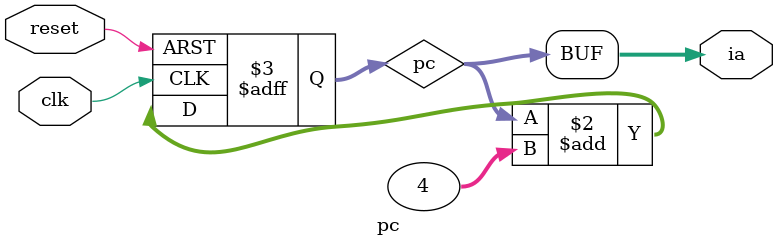
<source format=sv>
module pc(input logic clk, reset, 
	  // input logic [1:0] Jump, PCControl,
	  // input logic [31:0] inputAddr,
	  output logic [31:0] ia
);

	logic [31:0] pc;
	assign ia = pc;

	always_ff @(posedge clk or posedge reset) begin
		$display("PC: %h", pc);
		// $display("Instruction: %d", i);
		if (reset) begin
			pc <= 32'h80000000;
			// i = i + 1;
		end
		/* 
		else if (Jump == 2'b01 || Jump == 2'b10 || PCControl == 2'b01 || PCControl == 2'b10) begin
			pc <= inputAddr;
			i = i + 1;
		end
		else begin
			pc <= inputAddr + 32'h00000004;
			i = i + 1;
		end
		*/
	       else begin
		       pc <= pc + 32'h00000004;
	       end
	end


endmodule

</source>
